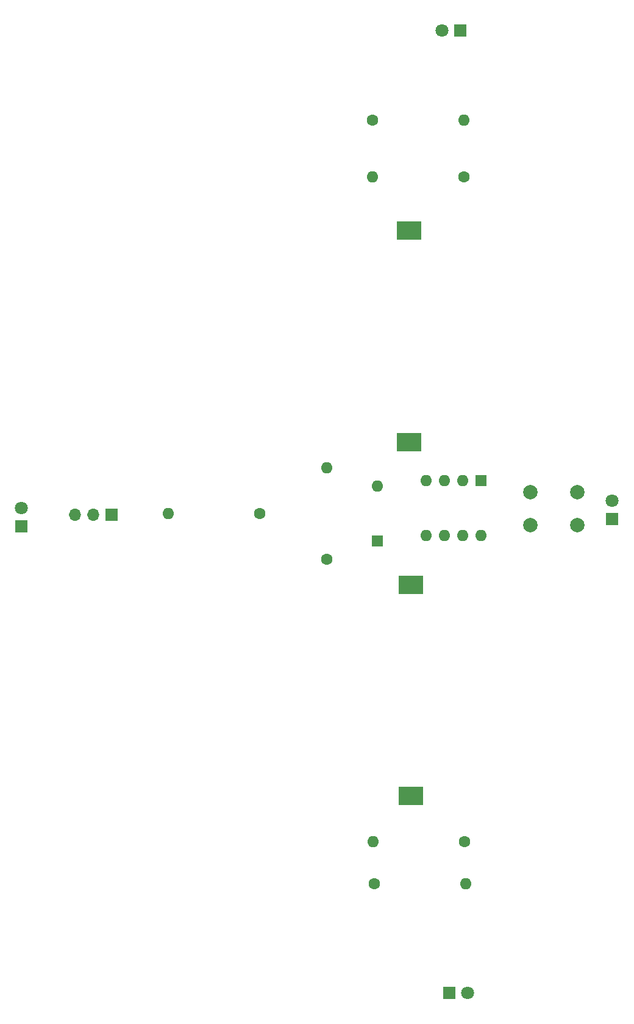
<source format=gbs>
G04 #@! TF.GenerationSoftware,KiCad,Pcbnew,7.0.7*
G04 #@! TF.CreationDate,2023-12-10T19:07:21-06:00*
G04 #@! TF.ProjectId,airplane-keychain,61697270-6c61-46e6-952d-6b6579636861,1*
G04 #@! TF.SameCoordinates,Original*
G04 #@! TF.FileFunction,Soldermask,Bot*
G04 #@! TF.FilePolarity,Negative*
%FSLAX46Y46*%
G04 Gerber Fmt 4.6, Leading zero omitted, Abs format (unit mm)*
G04 Created by KiCad (PCBNEW 7.0.7) date 2023-12-10 19:07:21*
%MOMM*%
%LPD*%
G01*
G04 APERTURE LIST*
%ADD10R,1.800000X1.800000*%
%ADD11C,1.800000*%
%ADD12C,1.600000*%
%ADD13O,1.600000X1.600000*%
%ADD14C,2.000000*%
%ADD15R,1.600000X1.600000*%
%ADD16R,1.700000X1.700000*%
%ADD17O,1.700000X1.700000*%
%ADD18R,3.510000X2.540000*%
G04 APERTURE END LIST*
D10*
X88900000Y-97536000D03*
D11*
X88900000Y-94996000D03*
D12*
X131300000Y-102100000D03*
D13*
X131300000Y-89400000D03*
D12*
X122000000Y-95700000D03*
D13*
X109300000Y-95700000D03*
D12*
X137900000Y-147100000D03*
D13*
X150600000Y-147100000D03*
D12*
X137668000Y-41148000D03*
D13*
X150368000Y-41148000D03*
D12*
X150400000Y-141300000D03*
D13*
X137700000Y-141300000D03*
D12*
X150368000Y-49022000D03*
D13*
X137668000Y-49022000D03*
D14*
X159600000Y-92800000D03*
X166100000Y-92800000D03*
X159600000Y-97300000D03*
X166100000Y-97300000D03*
D15*
X138300000Y-99500000D03*
D13*
X138300000Y-91880000D03*
D10*
X148336000Y-162306000D03*
D11*
X150876000Y-162306000D03*
D10*
X149860000Y-28702000D03*
D11*
X147320000Y-28702000D03*
D10*
X170942000Y-96520000D03*
D11*
X170942000Y-93980000D03*
D16*
X101400000Y-95900000D03*
D17*
X98860000Y-95900000D03*
X96320000Y-95900000D03*
D15*
X152700000Y-91180000D03*
D13*
X150160000Y-91180000D03*
X147620000Y-91180000D03*
X145080000Y-91180000D03*
X145080000Y-98800000D03*
X147620000Y-98800000D03*
X150160000Y-98800000D03*
X152700000Y-98800000D03*
D18*
X142700000Y-85800000D03*
X142700000Y-56440000D03*
X143000000Y-105600000D03*
X143000000Y-134960000D03*
M02*

</source>
